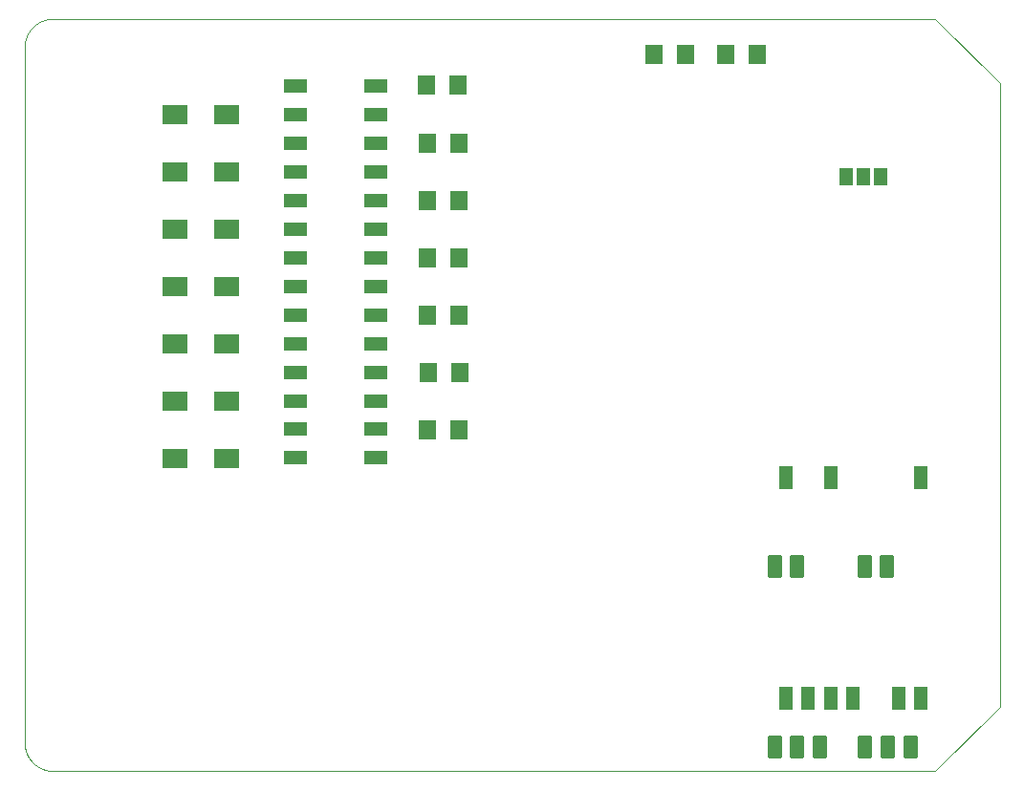
<source format=gbp>
G75*
%MOIN*%
%OFA0B0*%
%FSLAX25Y25*%
%IPPOS*%
%LPD*%
%AMOC8*
5,1,8,0,0,1.08239X$1,22.5*
%
%ADD10C,0.00100*%
%ADD11R,0.06299X0.07087*%
%ADD12R,0.08000X0.05000*%
%ADD13C,0.01000*%
%ADD14R,0.05000X0.07874*%
%ADD15R,0.09000X0.06969*%
%ADD16R,0.04600X0.06300*%
D10*
X0057595Y0046433D02*
X0057595Y0288933D01*
X0057598Y0289175D01*
X0057607Y0289416D01*
X0057621Y0289657D01*
X0057642Y0289898D01*
X0057668Y0290138D01*
X0057700Y0290378D01*
X0057738Y0290617D01*
X0057781Y0290854D01*
X0057831Y0291091D01*
X0057886Y0291326D01*
X0057946Y0291560D01*
X0058013Y0291792D01*
X0058084Y0292023D01*
X0058162Y0292252D01*
X0058245Y0292479D01*
X0058333Y0292704D01*
X0058427Y0292927D01*
X0058526Y0293147D01*
X0058631Y0293365D01*
X0058740Y0293580D01*
X0058855Y0293793D01*
X0058975Y0294003D01*
X0059100Y0294209D01*
X0059230Y0294413D01*
X0059365Y0294614D01*
X0059505Y0294811D01*
X0059649Y0295005D01*
X0059798Y0295195D01*
X0059952Y0295381D01*
X0060110Y0295564D01*
X0060272Y0295743D01*
X0060439Y0295918D01*
X0060610Y0296089D01*
X0060785Y0296256D01*
X0060964Y0296418D01*
X0061147Y0296576D01*
X0061333Y0296730D01*
X0061523Y0296879D01*
X0061717Y0297023D01*
X0061914Y0297163D01*
X0062115Y0297298D01*
X0062319Y0297428D01*
X0062525Y0297553D01*
X0062735Y0297673D01*
X0062948Y0297788D01*
X0063163Y0297897D01*
X0063381Y0298002D01*
X0063601Y0298101D01*
X0063824Y0298195D01*
X0064049Y0298283D01*
X0064276Y0298366D01*
X0064505Y0298444D01*
X0064736Y0298515D01*
X0064968Y0298582D01*
X0065202Y0298642D01*
X0065437Y0298697D01*
X0065674Y0298747D01*
X0065911Y0298790D01*
X0066150Y0298828D01*
X0066390Y0298860D01*
X0066630Y0298886D01*
X0066871Y0298907D01*
X0067112Y0298921D01*
X0067353Y0298930D01*
X0067595Y0298933D01*
X0375095Y0298933D01*
X0397595Y0276433D01*
X0397595Y0058933D01*
X0375095Y0036433D01*
X0067595Y0036433D01*
X0067353Y0036436D01*
X0067112Y0036445D01*
X0066871Y0036459D01*
X0066630Y0036480D01*
X0066390Y0036506D01*
X0066150Y0036538D01*
X0065911Y0036576D01*
X0065674Y0036619D01*
X0065437Y0036669D01*
X0065202Y0036724D01*
X0064968Y0036784D01*
X0064736Y0036851D01*
X0064505Y0036922D01*
X0064276Y0037000D01*
X0064049Y0037083D01*
X0063824Y0037171D01*
X0063601Y0037265D01*
X0063381Y0037364D01*
X0063163Y0037469D01*
X0062948Y0037578D01*
X0062735Y0037693D01*
X0062525Y0037813D01*
X0062319Y0037938D01*
X0062115Y0038068D01*
X0061914Y0038203D01*
X0061717Y0038343D01*
X0061523Y0038487D01*
X0061333Y0038636D01*
X0061147Y0038790D01*
X0060964Y0038948D01*
X0060785Y0039110D01*
X0060610Y0039277D01*
X0060439Y0039448D01*
X0060272Y0039623D01*
X0060110Y0039802D01*
X0059952Y0039985D01*
X0059798Y0040171D01*
X0059649Y0040361D01*
X0059505Y0040555D01*
X0059365Y0040752D01*
X0059230Y0040953D01*
X0059100Y0041157D01*
X0058975Y0041363D01*
X0058855Y0041573D01*
X0058740Y0041786D01*
X0058631Y0042001D01*
X0058526Y0042219D01*
X0058427Y0042439D01*
X0058333Y0042662D01*
X0058245Y0042887D01*
X0058162Y0043114D01*
X0058084Y0043343D01*
X0058013Y0043574D01*
X0057946Y0043806D01*
X0057886Y0044040D01*
X0057831Y0044275D01*
X0057781Y0044512D01*
X0057738Y0044749D01*
X0057700Y0044988D01*
X0057668Y0045228D01*
X0057642Y0045468D01*
X0057621Y0045709D01*
X0057607Y0045950D01*
X0057598Y0046191D01*
X0057595Y0046433D01*
D11*
X0198087Y0155390D03*
X0209111Y0155390D03*
X0209288Y0175528D03*
X0198264Y0175528D03*
X0198087Y0195390D03*
X0209111Y0195390D03*
X0209111Y0215390D03*
X0198087Y0215390D03*
X0198087Y0235390D03*
X0209111Y0235390D03*
X0209111Y0255390D03*
X0198087Y0255390D03*
X0197762Y0275813D03*
X0208786Y0275813D03*
X0277083Y0286433D03*
X0288107Y0286433D03*
X0302083Y0286433D03*
X0313107Y0286433D03*
D12*
X0180099Y0275390D03*
X0180099Y0265390D03*
X0180099Y0255390D03*
X0180099Y0245390D03*
X0180099Y0235390D03*
X0180099Y0225390D03*
X0180099Y0215390D03*
X0180099Y0205390D03*
X0180099Y0195390D03*
X0180099Y0185390D03*
X0180099Y0175390D03*
X0180099Y0165390D03*
X0180099Y0155705D03*
X0180099Y0145705D03*
X0152099Y0145705D03*
X0152099Y0155705D03*
X0152099Y0165390D03*
X0152099Y0175390D03*
X0152099Y0185390D03*
X0152099Y0195390D03*
X0152099Y0205390D03*
X0152099Y0215390D03*
X0152099Y0225390D03*
X0152099Y0235390D03*
X0152099Y0245390D03*
X0152099Y0255390D03*
X0152099Y0265390D03*
X0152099Y0275390D03*
D13*
X0316973Y0111366D02*
X0316973Y0104492D01*
X0316973Y0111366D02*
X0320973Y0111366D01*
X0320973Y0104492D01*
X0316973Y0104492D01*
X0316973Y0105491D02*
X0320973Y0105491D01*
X0320973Y0106490D02*
X0316973Y0106490D01*
X0316973Y0107489D02*
X0320973Y0107489D01*
X0320973Y0108488D02*
X0316973Y0108488D01*
X0316973Y0109487D02*
X0320973Y0109487D01*
X0320973Y0110486D02*
X0316973Y0110486D01*
X0324847Y0111366D02*
X0324847Y0104492D01*
X0324847Y0111366D02*
X0328847Y0111366D01*
X0328847Y0104492D01*
X0324847Y0104492D01*
X0324847Y0105491D02*
X0328847Y0105491D01*
X0328847Y0106490D02*
X0324847Y0106490D01*
X0324847Y0107489D02*
X0328847Y0107489D01*
X0328847Y0108488D02*
X0324847Y0108488D01*
X0324847Y0109487D02*
X0328847Y0109487D01*
X0328847Y0110486D02*
X0324847Y0110486D01*
X0348469Y0111374D02*
X0348469Y0104500D01*
X0348469Y0111374D02*
X0352469Y0111374D01*
X0352469Y0104500D01*
X0348469Y0104500D01*
X0348469Y0105499D02*
X0352469Y0105499D01*
X0352469Y0106498D02*
X0348469Y0106498D01*
X0348469Y0107497D02*
X0352469Y0107497D01*
X0352469Y0108496D02*
X0348469Y0108496D01*
X0348469Y0109495D02*
X0352469Y0109495D01*
X0352469Y0110494D02*
X0348469Y0110494D01*
X0355969Y0111374D02*
X0355969Y0104500D01*
X0355969Y0111374D02*
X0359969Y0111374D01*
X0359969Y0104500D01*
X0355969Y0104500D01*
X0355969Y0105499D02*
X0359969Y0105499D01*
X0359969Y0106498D02*
X0355969Y0106498D01*
X0355969Y0107497D02*
X0359969Y0107497D01*
X0359969Y0108496D02*
X0355969Y0108496D01*
X0355969Y0109495D02*
X0359969Y0109495D01*
X0359969Y0110494D02*
X0355969Y0110494D01*
X0356343Y0048374D02*
X0356343Y0041500D01*
X0356343Y0048374D02*
X0360343Y0048374D01*
X0360343Y0041500D01*
X0356343Y0041500D01*
X0356343Y0042499D02*
X0360343Y0042499D01*
X0360343Y0043498D02*
X0356343Y0043498D01*
X0356343Y0044497D02*
X0360343Y0044497D01*
X0360343Y0045496D02*
X0356343Y0045496D01*
X0356343Y0046495D02*
X0360343Y0046495D01*
X0360343Y0047494D02*
X0356343Y0047494D01*
X0348469Y0048374D02*
X0348469Y0041500D01*
X0348469Y0048374D02*
X0352469Y0048374D01*
X0352469Y0041500D01*
X0348469Y0041500D01*
X0348469Y0042499D02*
X0352469Y0042499D01*
X0352469Y0043498D02*
X0348469Y0043498D01*
X0348469Y0044497D02*
X0352469Y0044497D01*
X0352469Y0045496D02*
X0348469Y0045496D01*
X0348469Y0046495D02*
X0352469Y0046495D01*
X0352469Y0047494D02*
X0348469Y0047494D01*
X0332721Y0048374D02*
X0332721Y0041500D01*
X0332721Y0048374D02*
X0336721Y0048374D01*
X0336721Y0041500D01*
X0332721Y0041500D01*
X0332721Y0042499D02*
X0336721Y0042499D01*
X0336721Y0043498D02*
X0332721Y0043498D01*
X0332721Y0044497D02*
X0336721Y0044497D01*
X0336721Y0045496D02*
X0332721Y0045496D01*
X0332721Y0046495D02*
X0336721Y0046495D01*
X0336721Y0047494D02*
X0332721Y0047494D01*
X0324847Y0048374D02*
X0324847Y0041500D01*
X0324847Y0048374D02*
X0328847Y0048374D01*
X0328847Y0041500D01*
X0324847Y0041500D01*
X0324847Y0042499D02*
X0328847Y0042499D01*
X0328847Y0043498D02*
X0324847Y0043498D01*
X0324847Y0044497D02*
X0328847Y0044497D01*
X0328847Y0045496D02*
X0324847Y0045496D01*
X0324847Y0046495D02*
X0328847Y0046495D01*
X0328847Y0047494D02*
X0324847Y0047494D01*
X0316973Y0048374D02*
X0316973Y0041500D01*
X0316973Y0048374D02*
X0320973Y0048374D01*
X0320973Y0041500D01*
X0316973Y0041500D01*
X0316973Y0042499D02*
X0320973Y0042499D01*
X0320973Y0043498D02*
X0316973Y0043498D01*
X0316973Y0044497D02*
X0320973Y0044497D01*
X0320973Y0045496D02*
X0316973Y0045496D01*
X0316973Y0046495D02*
X0320973Y0046495D01*
X0320973Y0047494D02*
X0316973Y0047494D01*
X0364217Y0048374D02*
X0364217Y0041500D01*
X0364217Y0048374D02*
X0368217Y0048374D01*
X0368217Y0041500D01*
X0364217Y0041500D01*
X0364217Y0042499D02*
X0368217Y0042499D01*
X0368217Y0043498D02*
X0364217Y0043498D01*
X0364217Y0044497D02*
X0368217Y0044497D01*
X0368217Y0045496D02*
X0364217Y0045496D01*
X0364217Y0046495D02*
X0368217Y0046495D01*
X0368217Y0047494D02*
X0364217Y0047494D01*
D14*
X0362280Y0061937D03*
X0370154Y0061937D03*
X0346532Y0061937D03*
X0338658Y0061937D03*
X0330784Y0061937D03*
X0322910Y0061937D03*
X0322910Y0138709D03*
X0338610Y0138709D03*
X0370154Y0138709D03*
D15*
X0128135Y0145433D03*
X0110056Y0145433D03*
X0110056Y0165433D03*
X0128135Y0165433D03*
X0128135Y0185433D03*
X0110056Y0185433D03*
X0110056Y0205433D03*
X0128135Y0205433D03*
X0128135Y0225433D03*
X0110056Y0225433D03*
X0110056Y0245433D03*
X0128135Y0245433D03*
X0128135Y0265433D03*
X0110056Y0265433D03*
D16*
X0344095Y0243933D03*
X0350095Y0243933D03*
X0356095Y0243933D03*
M02*

</source>
